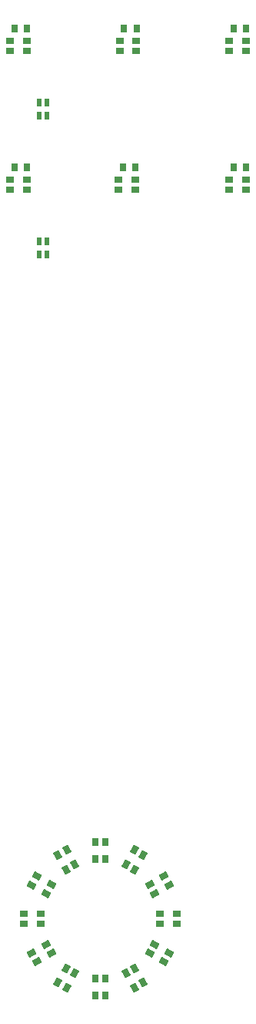
<source format=gtp>
G04 Layer: TopPasteMaskLayer*
G04 EasyEDA v6.5.29, 2023-07-19 20:11:26*
G04 d82c07e130dc4937808a739b57af0cf3,5a6b42c53f6a479593ecc07194224c93,10*
G04 Gerber Generator version 0.2*
G04 Scale: 100 percent, Rotated: No, Reflected: No *
G04 Dimensions in millimeters *
G04 leading zeros omitted , absolute positions ,4 integer and 5 decimal *
%FSLAX45Y45*%
%MOMM*%

%AMMACRO1*21,1,$1,$2,0,0,$3*%
%ADD10R,0.9000X0.7000*%
%ADD11MACRO1,0.9X0.7X30.0006*%
%ADD12MACRO1,0.9X0.7X29.9998*%
%ADD13MACRO1,0.9X0.7X59.9994*%
%ADD14MACRO1,0.9X0.7X60.0002*%
%ADD15R,0.7000X0.9000*%
%ADD16MACRO1,0.9X0.7X120.0006*%
%ADD17MACRO1,0.9X0.7X119.9998*%
%ADD18MACRO1,0.9X0.7X149.9994*%
%ADD19MACRO1,0.9X0.7X150.0002*%
%ADD20MACRO1,0.9X0.7X-149.9994*%
%ADD21MACRO1,0.9X0.7X-150.0002*%
%ADD22MACRO1,0.9X0.7X-120.0006*%
%ADD23MACRO1,0.9X0.7X-119.9998*%
%ADD24MACRO1,0.9X0.7X-59.9994*%
%ADD25MACRO1,0.9X0.7X-60.0002*%
%ADD26MACRO1,0.9X0.7X-30.0006*%
%ADD27MACRO1,0.9X0.7X-29.9998*%
%ADD28R,0.6000X0.8500*%
%ADD29R,0.8000X0.9000*%

%LPD*%
D10*
G01*
X2885516Y1998090D03*
G01*
X2702509Y1998090D03*
G01*
X2702509Y1888083D03*
G01*
X2885516Y1888083D03*
D11*
G01*
X2745348Y2411134D03*
D12*
G01*
X2586860Y2319629D03*
G01*
X2641864Y2224359D03*
G01*
X2800352Y2315862D03*
D13*
G01*
X2417461Y2698755D03*
D14*
G01*
X2325959Y2540265D03*
G01*
X2421229Y2485261D03*
G01*
X2512733Y2643750D03*
D15*
G01*
X1989683Y2783890D03*
G01*
X1989683Y2600883D03*
G01*
X2099690Y2600883D03*
G01*
X2099690Y2783890D03*
D16*
G01*
X1576660Y2643751D03*
D17*
G01*
X1668165Y2485263D03*
G01*
X1763435Y2540266D03*
G01*
X1671932Y2698755D03*
D18*
G01*
X1289037Y2315864D03*
D19*
G01*
X1447526Y2224361D03*
G01*
X1502530Y2319632D03*
G01*
X1344042Y2411135D03*
D10*
G01*
X1203883Y1888083D03*
G01*
X1386890Y1888083D03*
G01*
X1386890Y1998090D03*
G01*
X1203883Y1998090D03*
D20*
G01*
X1344040Y1475063D03*
D21*
G01*
X1502529Y1566567D03*
G01*
X1447525Y1661838D03*
G01*
X1289037Y1570334D03*
D22*
G01*
X1671930Y1187442D03*
D23*
G01*
X1763433Y1345932D03*
G01*
X1668162Y1400935D03*
G01*
X1576659Y1242447D03*
D15*
G01*
X2099690Y1102283D03*
G01*
X2099690Y1285290D03*
G01*
X1989683Y1285290D03*
G01*
X1989683Y1102283D03*
D24*
G01*
X2512731Y1242446D03*
D25*
G01*
X2421227Y1400934D03*
G01*
X2325956Y1345930D03*
G01*
X2417460Y1187442D03*
D26*
G01*
X2800352Y1570333D03*
D27*
G01*
X2641862Y1661835D03*
G01*
X2586859Y1566565D03*
G01*
X2745347Y1475061D03*
D28*
G01*
X1367205Y10760608D03*
G01*
X1452194Y10905591D03*
G01*
X1367205Y10905591D03*
G01*
X1452194Y10760608D03*
G01*
X1367205Y9236608D03*
G01*
X1452194Y9381591D03*
G01*
X1367205Y9381591D03*
G01*
X1452194Y9236608D03*
D29*
G01*
X1098397Y11722100D03*
G01*
X1238402Y11722100D03*
D10*
G01*
X1234516Y11586590D03*
G01*
X1051509Y11586590D03*
G01*
X1051509Y11476583D03*
G01*
X1234516Y11476583D03*
G01*
X2441016Y11586590D03*
G01*
X2258009Y11586590D03*
G01*
X2258009Y11476583D03*
G01*
X2441016Y11476583D03*
D29*
G01*
X2304897Y11722100D03*
G01*
X2444902Y11722100D03*
D10*
G01*
X3647516Y11586590D03*
G01*
X3464509Y11586590D03*
G01*
X3464509Y11476583D03*
G01*
X3647516Y11476583D03*
D29*
G01*
X3511397Y11722100D03*
G01*
X3651402Y11722100D03*
D10*
G01*
X1234516Y10062590D03*
G01*
X1051509Y10062590D03*
G01*
X1051509Y9952583D03*
G01*
X1234516Y9952583D03*
D29*
G01*
X1098397Y10198100D03*
G01*
X1238402Y10198100D03*
D10*
G01*
X2428316Y10062590D03*
G01*
X2245309Y10062590D03*
G01*
X2245309Y9952583D03*
G01*
X2428316Y9952583D03*
D29*
G01*
X2292197Y10198100D03*
G01*
X2432202Y10198100D03*
G01*
X3511397Y10198100D03*
G01*
X3651402Y10198100D03*
D10*
G01*
X3647516Y10062590D03*
G01*
X3464509Y10062590D03*
G01*
X3464509Y9952583D03*
G01*
X3647516Y9952583D03*
M02*

</source>
